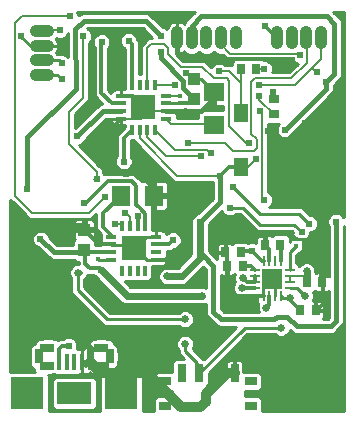
<source format=gbl>
G75*
%MOIN*%
%OFA0B0*%
%FSLAX24Y24*%
%IPPOS*%
%LPD*%
%AMOC8*
5,1,8,0,0,1.08239X$1,22.5*
%
%ADD10R,0.0354X0.0276*%
%ADD11R,0.0500X0.0600*%
%ADD12R,0.0276X0.0354*%
%ADD13R,0.0276X0.0591*%
%ADD14R,0.0394X0.0315*%
%ADD15R,0.0374X0.0118*%
%ADD16R,0.0118X0.0374*%
%ADD17R,0.0827X0.0827*%
%ADD18R,0.0709X0.0630*%
%ADD19R,0.0394X0.0433*%
%ADD20C,0.0397*%
%ADD21R,0.0130X0.0142*%
%ADD22R,0.0630X0.0709*%
%ADD23R,0.0669X0.0669*%
%ADD24R,0.0091X0.0193*%
%ADD25R,0.0031X0.0028*%
%ADD26R,0.0020X0.0016*%
%ADD27R,0.0335X0.0110*%
%ADD28R,0.0110X0.0335*%
%ADD29R,0.0118X0.0118*%
%ADD30R,0.1142X0.0748*%
%ADD31R,0.1083X0.1063*%
%ADD32R,0.0157X0.0531*%
%ADD33C,0.0886*%
%ADD34R,0.0250X0.0500*%
%ADD35R,0.0500X0.0250*%
%ADD36C,0.0240*%
%ADD37C,0.0100*%
%ADD38C,0.0060*%
%ADD39C,0.0160*%
%ADD40C,0.0120*%
%ADD41C,0.0250*%
%ADD42C,0.0240*%
%ADD43C,0.0320*%
%ADD44C,0.0050*%
%ADD45C,0.0080*%
D10*
X010004Y010837D03*
X010004Y011349D03*
D11*
X008908Y010889D03*
X008908Y009089D03*
D12*
X009715Y006498D03*
X010227Y006498D03*
X008967Y005788D03*
X008897Y006238D03*
X008455Y005788D03*
X008385Y006238D03*
X010885Y004308D03*
X011397Y004308D03*
X011617Y005248D03*
X011105Y005248D03*
X009421Y012350D03*
X008909Y012350D03*
D13*
X008704Y002216D03*
X007523Y002216D03*
X006932Y002216D03*
D14*
X006381Y001940D03*
X006381Y001113D03*
X009255Y001113D03*
X009255Y001940D03*
D15*
X006086Y005996D03*
X006086Y006252D03*
X006086Y006508D03*
X006086Y006764D03*
X004589Y006764D03*
X004589Y006508D03*
X004589Y006252D03*
X004589Y005996D03*
X004913Y010694D03*
X004913Y010950D03*
X004913Y011206D03*
X004913Y011462D03*
X006409Y011462D03*
X006409Y011206D03*
X006409Y010950D03*
X006409Y010694D03*
D16*
X006045Y010330D03*
X005789Y010330D03*
X005533Y010330D03*
X005277Y010330D03*
X005277Y011826D03*
X005533Y011826D03*
X005789Y011826D03*
X006045Y011826D03*
X005721Y007128D03*
X005465Y007128D03*
X005210Y007128D03*
X004954Y007128D03*
X004954Y005632D03*
X005210Y005632D03*
X005465Y005632D03*
X005721Y005632D03*
D17*
X005338Y006380D03*
X005661Y011078D03*
D18*
X008001Y011599D03*
X008001Y010497D03*
D19*
X007334Y011364D03*
X007334Y012033D03*
X003684Y006990D03*
X003684Y006321D03*
D20*
X002481Y012146D02*
X002084Y012146D01*
X002084Y012638D02*
X002481Y012638D01*
X002481Y013130D02*
X002084Y013130D01*
X002084Y013622D02*
X002481Y013622D01*
X006777Y013599D02*
X006777Y013203D01*
X007269Y013203D02*
X007269Y013599D01*
X007761Y013599D02*
X007761Y013203D01*
X008253Y013203D02*
X008253Y013599D01*
X008745Y013599D02*
X008745Y013203D01*
X010111Y013203D02*
X010111Y013599D01*
X010603Y013599D02*
X010603Y013203D01*
X011095Y013203D02*
X011095Y013599D01*
X011587Y013599D02*
X011587Y013203D01*
D21*
X006889Y011454D03*
X006889Y011234D03*
X004149Y006250D03*
X004149Y006029D03*
D22*
X004902Y008128D03*
X006004Y008128D03*
D23*
X009961Y005358D03*
D24*
X009672Y005029D03*
D25*
X009725Y005025D03*
D26*
X009715Y005008D03*
D27*
X009380Y005063D03*
X009380Y005260D03*
X009380Y005457D03*
X009380Y005653D03*
X010542Y005653D03*
X010542Y005457D03*
X010542Y005260D03*
X010542Y005063D03*
D28*
X010256Y004777D03*
X010060Y004777D03*
X009863Y004777D03*
X009666Y004777D03*
X009666Y005939D03*
X009863Y005939D03*
X010060Y005939D03*
X010256Y005939D03*
D29*
X010761Y006460D03*
X010761Y006696D03*
D30*
X003361Y001538D03*
D31*
X004926Y001538D03*
X001796Y001538D03*
D32*
X002849Y002591D03*
X003105Y002591D03*
X003361Y002591D03*
X003617Y002591D03*
X003873Y002591D03*
D33*
X001752Y001538D03*
X004970Y001542D03*
D34*
X004531Y002778D03*
X002191Y002778D03*
D35*
X002461Y003058D03*
X002431Y002468D03*
X004291Y002468D03*
X004251Y003058D03*
D36*
X003171Y003128D03*
X004254Y005659D03*
X004701Y007191D03*
X005037Y007538D03*
X005472Y007437D03*
X004371Y008097D03*
X004112Y008674D03*
X003680Y007900D03*
X002229Y006694D03*
X001488Y006447D03*
X001780Y008362D03*
X003457Y010102D03*
X005008Y009268D03*
X005071Y008858D03*
X007141Y009888D03*
X007575Y009449D03*
X007909Y009551D03*
X008222Y008780D03*
X008649Y008426D03*
X008541Y007728D03*
X007550Y007255D03*
X006644Y006654D03*
X006922Y005992D03*
X009281Y006288D03*
X009694Y007997D03*
X009405Y009355D03*
X009191Y009888D03*
X009819Y010280D03*
X010392Y010324D03*
X011034Y010567D03*
X009994Y011584D03*
X009521Y011458D03*
X009501Y011808D03*
X009687Y012353D03*
X010602Y012638D03*
X010889Y012805D03*
X011431Y012258D03*
X011751Y011928D03*
X009701Y013788D03*
X008545Y012656D03*
X008182Y012278D03*
X007082Y012214D03*
X006729Y011823D03*
X006237Y012935D03*
X006237Y013466D03*
X005166Y013296D03*
X004273Y013247D03*
X003655Y013441D03*
X002871Y013638D03*
X003205Y014126D03*
X002951Y012548D03*
X002941Y012008D03*
X001591Y013438D03*
X005477Y011240D03*
X008241Y013413D03*
X009544Y010945D03*
X011191Y007198D03*
X010931Y006928D03*
X012081Y007258D03*
X011811Y005488D03*
D37*
X011617Y005682D01*
X011617Y006092D01*
X011021Y006688D01*
X010769Y006688D01*
X010761Y006696D01*
X010489Y006968D01*
X009901Y006968D01*
X009715Y006782D01*
X008371Y006782D01*
X008371Y007038D01*
X008371Y006782D02*
X008371Y006252D01*
X008381Y006242D01*
X008366Y006234D02*
X007889Y006234D01*
X007843Y006280D02*
X007841Y006282D01*
X007841Y007192D01*
X008271Y007622D01*
X008295Y007564D01*
X008377Y007482D01*
X008483Y007438D01*
X008599Y007438D01*
X008705Y007482D01*
X008731Y007508D01*
X008880Y007508D01*
X009440Y006948D01*
X010600Y006948D01*
X010641Y006907D01*
X010641Y006893D01*
X010610Y006875D01*
X010582Y006847D01*
X010562Y006813D01*
X010552Y006775D01*
X010552Y006696D01*
X010552Y006617D01*
X010554Y006611D01*
X010535Y006592D01*
X010535Y006746D01*
X010435Y006845D01*
X010019Y006845D01*
X009957Y006783D01*
X009945Y006795D01*
X009911Y006815D01*
X009873Y006825D01*
X009734Y006825D01*
X009734Y006517D01*
X009696Y006517D01*
X009696Y006825D01*
X009558Y006825D01*
X009520Y006815D01*
X009485Y006795D01*
X009457Y006767D01*
X009438Y006733D01*
X009427Y006695D01*
X009427Y006541D01*
X009339Y006578D01*
X009223Y006578D01*
X009145Y006546D01*
X009105Y006585D01*
X008689Y006585D01*
X008627Y006523D01*
X008615Y006535D01*
X008581Y006555D01*
X008543Y006565D01*
X008404Y006565D01*
X008404Y006257D01*
X008366Y006257D01*
X008366Y006219D01*
X008097Y006219D01*
X008097Y006041D01*
X008103Y006020D01*
X007843Y006280D01*
X007841Y006332D02*
X008097Y006332D01*
X008097Y006257D02*
X008097Y006435D01*
X008108Y006473D01*
X008127Y006507D01*
X008155Y006535D01*
X008190Y006555D01*
X008228Y006565D01*
X008366Y006565D01*
X008366Y006257D01*
X008097Y006257D01*
X008097Y006135D02*
X007988Y006135D01*
X008086Y006037D02*
X008099Y006037D01*
X008097Y006431D02*
X007841Y006431D01*
X007841Y006529D02*
X008149Y006529D01*
X008366Y006529D02*
X008404Y006529D01*
X008404Y006431D02*
X008366Y006431D01*
X008366Y006332D02*
X008404Y006332D01*
X008621Y006529D02*
X008633Y006529D01*
X009268Y007120D02*
X007841Y007120D01*
X007841Y007022D02*
X009367Y007022D01*
X009531Y007168D02*
X008971Y007728D01*
X008541Y007728D01*
X008275Y007613D02*
X008262Y007613D01*
X008345Y007514D02*
X008163Y007514D01*
X008065Y007416D02*
X008973Y007416D01*
X009071Y007317D02*
X007966Y007317D01*
X007868Y007219D02*
X009170Y007219D01*
X009531Y007168D02*
X010691Y007168D01*
X010931Y006928D01*
X011139Y006726D02*
X011831Y006726D01*
X011831Y006628D02*
X010970Y006628D01*
X010970Y006638D02*
X010989Y006638D01*
X011095Y006682D01*
X011177Y006764D01*
X011221Y006870D01*
X011221Y006908D01*
X011249Y006908D01*
X011355Y006952D01*
X011437Y007034D01*
X011481Y007140D01*
X011481Y007256D01*
X011437Y007362D01*
X011355Y007444D01*
X011249Y007488D01*
X011202Y007488D01*
X010942Y007748D01*
X009851Y007748D01*
X009858Y007751D01*
X009940Y007833D01*
X009984Y007939D01*
X009984Y008055D01*
X009940Y008161D01*
X009858Y008243D01*
X009821Y008258D01*
X009821Y010530D01*
X010187Y010530D01*
X010146Y010488D01*
X010102Y010382D01*
X010102Y010266D01*
X010146Y010160D01*
X010228Y010078D01*
X010334Y010034D01*
X010450Y010034D01*
X010556Y010078D01*
X010638Y010160D01*
X010678Y010256D01*
X011963Y011542D01*
X012001Y011633D01*
X012001Y011774D01*
X012037Y011860D01*
X012235Y012059D01*
X012273Y012150D01*
X012273Y013917D01*
X012331Y013917D01*
X012273Y013917D02*
X012235Y014009D01*
X011994Y014250D01*
X011975Y014268D01*
X012331Y014268D01*
X012331Y007412D01*
X012327Y007422D01*
X012245Y007504D01*
X012139Y007548D01*
X012023Y007548D01*
X011917Y007504D01*
X011835Y007422D01*
X011791Y007316D01*
X011791Y007200D01*
X011831Y007104D01*
X011831Y005554D01*
X011813Y005565D01*
X011775Y005575D01*
X011636Y005575D01*
X011636Y005267D01*
X011598Y005267D01*
X011598Y005575D01*
X011459Y005575D01*
X011421Y005565D01*
X011398Y005552D01*
X011400Y005558D01*
X011396Y005591D01*
X011396Y005677D01*
X011351Y005785D01*
X011268Y005868D01*
X011160Y005913D01*
X011042Y005913D01*
X010934Y005868D01*
X010862Y005796D01*
X010780Y005879D01*
X010762Y005879D01*
X010762Y006150D01*
X010843Y006231D01*
X010891Y006231D01*
X010990Y006331D01*
X010990Y006590D01*
X010969Y006611D01*
X010970Y006617D01*
X010970Y006638D01*
X010990Y006529D02*
X011831Y006529D01*
X011831Y006431D02*
X010990Y006431D01*
X010990Y006332D02*
X011831Y006332D01*
X011831Y006234D02*
X010893Y006234D01*
X010762Y006135D02*
X011831Y006135D01*
X011831Y006037D02*
X010762Y006037D01*
X010762Y005938D02*
X011831Y005938D01*
X011831Y005840D02*
X011297Y005840D01*
X011369Y005741D02*
X011831Y005741D01*
X011831Y005643D02*
X011396Y005643D01*
X011617Y005682D02*
X011617Y005248D01*
X011617Y004528D01*
X011397Y004308D01*
X011416Y004289D02*
X011416Y004327D01*
X011685Y004327D01*
X011685Y004505D01*
X011675Y004543D01*
X011655Y004577D01*
X011627Y004605D01*
X011593Y004625D01*
X011555Y004635D01*
X011416Y004635D01*
X011416Y004327D01*
X011378Y004327D01*
X011378Y004635D01*
X011303Y004635D01*
X011346Y004739D01*
X011346Y004857D01*
X011324Y004911D01*
X011375Y004963D01*
X011387Y004951D01*
X011421Y004931D01*
X011459Y004921D01*
X011598Y004921D01*
X011598Y005229D01*
X011636Y005229D01*
X011636Y004921D01*
X011775Y004921D01*
X011813Y004931D01*
X011831Y004942D01*
X011831Y004052D01*
X011808Y004028D01*
X011644Y004028D01*
X011655Y004039D01*
X011675Y004073D01*
X011685Y004111D01*
X011685Y004289D01*
X011416Y004289D01*
X011416Y004362D02*
X011378Y004362D01*
X011378Y004461D02*
X011416Y004461D01*
X011416Y004559D02*
X011378Y004559D01*
X011312Y004658D02*
X011831Y004658D01*
X011831Y004756D02*
X011346Y004756D01*
X011346Y004855D02*
X011831Y004855D01*
X011636Y004953D02*
X011598Y004953D01*
X011598Y005052D02*
X011636Y005052D01*
X011636Y005150D02*
X011598Y005150D01*
X011598Y005347D02*
X011636Y005347D01*
X011636Y005446D02*
X011598Y005446D01*
X011598Y005544D02*
X011636Y005544D01*
X011105Y005248D02*
X011007Y005457D01*
X010905Y005840D02*
X010818Y005840D01*
X010542Y005653D02*
X010542Y006241D01*
X010761Y006460D01*
X010753Y006696D02*
X010552Y006696D01*
X010753Y006696D01*
X010753Y006696D01*
X010625Y006923D02*
X007841Y006923D01*
X007841Y006825D02*
X009555Y006825D01*
X009696Y006825D02*
X009734Y006825D01*
X009734Y006726D02*
X009696Y006726D01*
X009696Y006628D02*
X009734Y006628D01*
X009734Y006529D02*
X009696Y006529D01*
X009427Y006628D02*
X007841Y006628D01*
X007841Y006726D02*
X009436Y006726D01*
X009875Y006825D02*
X009998Y006825D01*
X010456Y006825D02*
X010569Y006825D01*
X010552Y006726D02*
X010535Y006726D01*
X010535Y006628D02*
X010552Y006628D01*
X011202Y006825D02*
X011831Y006825D01*
X011831Y006923D02*
X011285Y006923D01*
X011425Y007022D02*
X011831Y007022D01*
X011824Y007120D02*
X011473Y007120D01*
X011481Y007219D02*
X011791Y007219D01*
X011792Y007317D02*
X011456Y007317D01*
X011384Y007416D02*
X011832Y007416D01*
X011941Y007514D02*
X011176Y007514D01*
X011078Y007613D02*
X012331Y007613D01*
X012331Y007711D02*
X010979Y007711D01*
X010851Y007528D02*
X011181Y007198D01*
X011191Y007198D01*
X010851Y007528D02*
X009547Y007528D01*
X008649Y008426D01*
X007972Y008401D02*
X006469Y008401D01*
X006469Y008499D02*
X007972Y008499D01*
X007972Y008585D02*
X007972Y008030D01*
X007482Y007540D01*
X007386Y007500D01*
X007304Y007419D01*
X007260Y007312D01*
X007260Y007197D01*
X007261Y007194D01*
X007261Y006178D01*
X006811Y005728D01*
X006522Y005728D01*
X006510Y005733D01*
X006392Y005733D01*
X006284Y005688D01*
X006201Y005605D01*
X006156Y005497D01*
X006156Y005379D01*
X006201Y005271D01*
X006284Y005188D01*
X006392Y005143D01*
X006510Y005143D01*
X006522Y005148D01*
X006989Y005148D01*
X007095Y005192D01*
X007177Y005274D01*
X007659Y005756D01*
X007741Y005675D01*
X007741Y005064D01*
X007670Y005093D01*
X007552Y005093D01*
X007540Y005088D01*
X005226Y005088D01*
X005040Y005275D01*
X005851Y005275D01*
X005950Y005374D01*
X005950Y005778D01*
X006082Y005778D01*
X006091Y005787D01*
X006292Y005787D01*
X006330Y005797D01*
X006365Y005817D01*
X006393Y005845D01*
X006412Y005879D01*
X006423Y005917D01*
X006423Y005996D01*
X006423Y006075D01*
X006417Y006096D01*
X006443Y006122D01*
X006443Y006278D01*
X006593Y006278D01*
X006679Y006364D01*
X006701Y006364D01*
X006808Y006408D01*
X006890Y006489D01*
X006934Y006596D01*
X006934Y006711D01*
X006890Y006818D01*
X006808Y006899D01*
X006701Y006944D01*
X006586Y006944D01*
X006480Y006899D01*
X006423Y006842D01*
X006412Y006880D01*
X006393Y006915D01*
X006365Y006943D01*
X006330Y006962D01*
X006292Y006973D01*
X006086Y006973D01*
X006086Y006764D01*
X006086Y006764D01*
X006086Y006973D01*
X005950Y006973D01*
X005950Y007031D01*
X005951Y007032D01*
X005951Y007435D01*
X005953Y007437D01*
X005953Y007624D01*
X005954Y007624D01*
X005954Y008078D01*
X006054Y008078D01*
X006054Y007624D01*
X006339Y007624D01*
X006377Y007634D01*
X006411Y007654D01*
X006439Y007682D01*
X006459Y007716D01*
X006469Y007754D01*
X006469Y008078D01*
X006054Y008078D01*
X006054Y008178D01*
X005954Y008178D01*
X005954Y008633D01*
X005670Y008633D01*
X005631Y008622D01*
X005606Y008608D01*
X005495Y008718D01*
X005360Y008853D01*
X004369Y008853D01*
X004356Y008840D01*
X004312Y008884D01*
X004312Y009009D01*
X004195Y009126D01*
X003509Y009812D01*
X003515Y009812D01*
X003621Y009856D01*
X003703Y009938D01*
X003743Y010034D01*
X004409Y010700D01*
X004576Y010700D01*
X004576Y010694D01*
X004576Y010615D01*
X004586Y010577D01*
X004606Y010543D01*
X004634Y010515D01*
X004668Y010495D01*
X004706Y010485D01*
X004913Y010485D01*
X004913Y010694D01*
X004913Y010694D01*
X004913Y010485D01*
X005048Y010485D01*
X005048Y010426D01*
X004849Y010227D01*
X004781Y010160D01*
X004781Y010160D01*
X004781Y010159D01*
X004781Y010064D01*
X004779Y009449D01*
X004762Y009432D01*
X004718Y009326D01*
X004718Y009210D01*
X004762Y009104D01*
X004844Y009022D01*
X004950Y008978D01*
X005066Y008978D01*
X005172Y009022D01*
X005254Y009104D01*
X005298Y009210D01*
X005298Y009326D01*
X005254Y009432D01*
X005239Y009448D01*
X005241Y009968D01*
X005246Y009973D01*
X005338Y009973D01*
X005338Y009958D01*
X005452Y009843D01*
X005452Y009843D01*
X006596Y008699D01*
X006711Y008585D01*
X007972Y008585D01*
X007972Y008302D02*
X006469Y008302D01*
X006469Y008204D02*
X007972Y008204D01*
X007972Y008105D02*
X006054Y008105D01*
X006054Y008178D02*
X006469Y008178D01*
X006469Y008502D01*
X006459Y008540D01*
X006439Y008575D01*
X006411Y008603D01*
X006377Y008622D01*
X006339Y008633D01*
X006054Y008633D01*
X006054Y008178D01*
X006054Y008204D02*
X005954Y008204D01*
X005954Y008302D02*
X006054Y008302D01*
X006054Y008401D02*
X005954Y008401D01*
X005954Y008499D02*
X006054Y008499D01*
X006054Y008598D02*
X005954Y008598D01*
X006304Y008992D02*
X005098Y008992D01*
X005240Y009090D02*
X006206Y009090D01*
X006107Y009189D02*
X005289Y009189D01*
X005298Y009287D02*
X006009Y009287D01*
X005910Y009386D02*
X005273Y009386D01*
X005239Y009484D02*
X005812Y009484D01*
X005713Y009583D02*
X005239Y009583D01*
X005240Y009681D02*
X005615Y009681D01*
X005516Y009780D02*
X005240Y009780D01*
X005240Y009878D02*
X005418Y009878D01*
X004993Y010371D02*
X004079Y010371D01*
X004178Y010469D02*
X005048Y010469D01*
X004913Y010568D02*
X004913Y010568D01*
X004913Y010666D02*
X004913Y010666D01*
X004913Y010694D02*
X004576Y010694D01*
X004913Y010694D01*
X004913Y010694D01*
X004576Y010666D02*
X004375Y010666D01*
X004276Y010568D02*
X004592Y010568D01*
X004894Y010272D02*
X003981Y010272D01*
X003882Y010174D02*
X004795Y010174D01*
X004781Y010075D02*
X003784Y010075D01*
X003719Y009977D02*
X004781Y009977D01*
X004780Y009878D02*
X003643Y009878D01*
X003541Y009780D02*
X004780Y009780D01*
X004780Y009681D02*
X003640Y009681D01*
X003738Y009583D02*
X004779Y009583D01*
X004779Y009484D02*
X003837Y009484D01*
X003935Y009386D02*
X004743Y009386D01*
X004718Y009287D02*
X004034Y009287D01*
X004132Y009189D02*
X004727Y009189D01*
X004776Y009090D02*
X004231Y009090D01*
X004312Y008992D02*
X004918Y008992D01*
X005419Y008795D02*
X006501Y008795D01*
X006403Y008893D02*
X004312Y008893D01*
X005517Y008696D02*
X006600Y008696D01*
X006698Y008598D02*
X006416Y008598D01*
X006469Y008007D02*
X007949Y008007D01*
X007850Y007908D02*
X006469Y007908D01*
X006469Y007810D02*
X007752Y007810D01*
X007653Y007711D02*
X006456Y007711D01*
X006054Y007711D02*
X005954Y007711D01*
X005953Y007613D02*
X007555Y007613D01*
X007419Y007514D02*
X005953Y007514D01*
X005951Y007416D02*
X007303Y007416D01*
X007262Y007317D02*
X005951Y007317D01*
X005951Y007219D02*
X007260Y007219D01*
X007261Y007120D02*
X005951Y007120D01*
X005950Y007022D02*
X007261Y007022D01*
X007261Y006923D02*
X006751Y006923D01*
X006883Y006825D02*
X007261Y006825D01*
X007261Y006726D02*
X006928Y006726D01*
X006934Y006628D02*
X007261Y006628D01*
X007261Y006529D02*
X006906Y006529D01*
X006831Y006431D02*
X007261Y006431D01*
X007261Y006332D02*
X006648Y006332D01*
X006443Y006234D02*
X007261Y006234D01*
X007218Y006135D02*
X006443Y006135D01*
X006423Y006037D02*
X007119Y006037D01*
X007021Y005938D02*
X006423Y005938D01*
X006423Y005996D02*
X006211Y005996D01*
X006423Y005996D01*
X006388Y005840D02*
X006922Y005840D01*
X006824Y005741D02*
X005950Y005741D01*
X005950Y005643D02*
X006238Y005643D01*
X006176Y005544D02*
X005950Y005544D01*
X005950Y005446D02*
X006156Y005446D01*
X006170Y005347D02*
X005923Y005347D01*
X006223Y005249D02*
X005066Y005249D01*
X005164Y005150D02*
X006376Y005150D01*
X006994Y005150D02*
X007741Y005150D01*
X007741Y005249D02*
X007152Y005249D01*
X007177Y005274D02*
X007177Y005274D01*
X007250Y005347D02*
X007741Y005347D01*
X007741Y005446D02*
X007349Y005446D01*
X007447Y005544D02*
X007741Y005544D01*
X007741Y005643D02*
X007546Y005643D01*
X007644Y005741D02*
X007675Y005741D01*
X008241Y005482D02*
X008260Y005471D01*
X008298Y005461D01*
X008436Y005461D01*
X008436Y005769D01*
X008474Y005769D01*
X008474Y005461D01*
X008613Y005461D01*
X008651Y005471D01*
X008685Y005491D01*
X008697Y005503D01*
X008703Y005497D01*
X008686Y005457D01*
X008686Y005339D01*
X008722Y005252D01*
X008696Y005225D01*
X008651Y005117D01*
X008651Y004999D01*
X008696Y004891D01*
X008779Y004808D01*
X008887Y004763D01*
X009004Y004763D01*
X009113Y004808D01*
X009133Y004828D01*
X009461Y004828D01*
X009461Y004777D01*
X009461Y004590D01*
X009471Y004552D01*
X009491Y004518D01*
X009491Y004517D01*
X009466Y004457D01*
X009466Y004339D01*
X009500Y004258D01*
X008355Y004258D01*
X008241Y004372D01*
X008241Y005482D01*
X008241Y005446D02*
X008686Y005446D01*
X008686Y005347D02*
X008241Y005347D01*
X008241Y005249D02*
X008719Y005249D01*
X008664Y005150D02*
X008241Y005150D01*
X008241Y005052D02*
X008651Y005052D01*
X008670Y004953D02*
X008241Y004953D01*
X008241Y004855D02*
X008732Y004855D01*
X008241Y004756D02*
X009461Y004756D01*
X009461Y004777D02*
X009542Y004777D01*
X009542Y004777D01*
X009461Y004777D01*
X009461Y004658D02*
X008241Y004658D01*
X008241Y004559D02*
X009469Y004559D01*
X009468Y004461D02*
X008241Y004461D01*
X008251Y004362D02*
X009466Y004362D01*
X009498Y004264D02*
X008349Y004264D01*
X008036Y003870D02*
X007313Y003870D01*
X007301Y003841D02*
X007346Y003949D01*
X007346Y004067D01*
X007301Y004175D01*
X007218Y004258D01*
X007110Y004303D01*
X006992Y004303D01*
X006884Y004258D01*
X006854Y004228D01*
X004532Y004228D01*
X003691Y005069D01*
X003691Y005361D01*
X003731Y005401D01*
X003733Y005404D01*
X003801Y005473D01*
X003801Y005475D01*
X004019Y005475D01*
X004030Y005464D01*
X004038Y005450D01*
X004071Y005424D01*
X004860Y004634D01*
X004942Y004552D01*
X005049Y004508D01*
X007540Y004508D01*
X007552Y004503D01*
X007670Y004503D01*
X007741Y004533D01*
X007741Y004218D01*
X007779Y004127D01*
X007850Y004056D01*
X008110Y003796D01*
X008201Y003758D01*
X008754Y003758D01*
X007677Y002681D01*
X007649Y002681D01*
X007552Y002778D01*
X007304Y003027D01*
X007346Y003129D01*
X007346Y003247D01*
X007301Y003355D01*
X007218Y003438D01*
X007110Y003483D01*
X006992Y003483D01*
X006884Y003438D01*
X006801Y003355D01*
X006756Y003247D01*
X006756Y003129D01*
X006801Y003021D01*
X006831Y002991D01*
X006831Y002877D01*
X006960Y002748D01*
X007027Y002681D01*
X006724Y002681D01*
X006624Y002582D01*
X006624Y002268D01*
X006114Y002268D01*
X006014Y002168D01*
X006014Y001712D01*
X006114Y001613D01*
X006600Y001613D01*
X006600Y001441D01*
X006114Y001441D01*
X006014Y001341D01*
X006014Y000938D01*
X005637Y000938D01*
X005637Y002140D01*
X005538Y002240D01*
X004678Y002240D01*
X004711Y002273D01*
X004711Y002358D01*
X004727Y002358D01*
X004826Y002458D01*
X004826Y002577D01*
X004854Y002646D01*
X004854Y002891D01*
X004826Y002960D01*
X004826Y003099D01*
X004727Y003198D01*
X004680Y003198D01*
X004671Y003207D01*
X004671Y003254D01*
X004572Y003353D01*
X004439Y003353D01*
X004360Y003386D01*
X004114Y003386D01*
X004036Y003353D01*
X003931Y003353D01*
X003831Y003254D01*
X003831Y003236D01*
X003714Y003118D01*
X003668Y003007D01*
X003617Y003007D01*
X003530Y003007D01*
X003510Y003027D01*
X003443Y003027D01*
X003461Y003070D01*
X003461Y003186D01*
X003417Y003292D01*
X003335Y003374D01*
X003229Y003418D01*
X003113Y003418D01*
X003007Y003374D01*
X002991Y003358D01*
X002866Y003358D01*
X002821Y003313D01*
X002782Y003353D01*
X002687Y003353D01*
X002608Y003386D01*
X002362Y003386D01*
X002284Y003353D01*
X002141Y003353D01*
X002041Y003254D01*
X002041Y003198D01*
X001996Y003198D01*
X001896Y003099D01*
X001896Y002960D01*
X001868Y002891D01*
X001868Y002646D01*
X001896Y002577D01*
X001896Y002458D01*
X001996Y002358D01*
X002011Y002358D01*
X002011Y002273D01*
X002044Y002240D01*
X001211Y002240D01*
X001211Y008000D01*
X001302Y007909D01*
X001302Y007909D01*
X001737Y007474D01*
X001796Y007415D01*
X001854Y007357D01*
X001854Y007357D01*
X001854Y007357D01*
X001937Y007357D01*
X002020Y007357D01*
X002020Y007357D01*
X003833Y007359D01*
X003916Y007359D01*
X003916Y007359D01*
X003916Y007359D01*
X003975Y007418D01*
X004090Y007533D01*
X004090Y007005D01*
X004225Y006870D01*
X004232Y006863D01*
X004232Y006634D01*
X004258Y006608D01*
X004252Y006586D01*
X004252Y006508D01*
X004589Y006508D01*
X004589Y006508D01*
X004252Y006508D01*
X004252Y006491D01*
X004051Y006491D01*
X004051Y006608D01*
X003989Y006669D01*
X004001Y006681D01*
X004021Y006715D01*
X004031Y006754D01*
X004031Y006941D01*
X003732Y006941D01*
X003732Y007038D01*
X003636Y007038D01*
X003636Y006941D01*
X003337Y006941D01*
X003337Y006754D01*
X003347Y006715D01*
X003367Y006681D01*
X003379Y006669D01*
X003317Y006608D01*
X003317Y006500D01*
X002777Y006500D01*
X002515Y006762D01*
X002475Y006858D01*
X002393Y006940D01*
X002287Y006984D01*
X002171Y006984D01*
X002065Y006940D01*
X001983Y006858D01*
X001939Y006752D01*
X001939Y006636D01*
X001983Y006530D01*
X002065Y006448D01*
X002161Y006408D01*
X002532Y006038D01*
X002624Y006000D01*
X003351Y006000D01*
X003417Y005934D01*
X003497Y005934D01*
X003497Y005863D01*
X003422Y005863D01*
X003314Y005818D01*
X003231Y005735D01*
X003186Y005627D01*
X003186Y005509D01*
X003231Y005401D01*
X003251Y005381D01*
X003251Y004887D01*
X003380Y004758D01*
X004350Y003788D01*
X006854Y003788D01*
X006884Y003758D01*
X006992Y003713D01*
X007110Y003713D01*
X007218Y003758D01*
X007301Y003841D01*
X007231Y003771D02*
X008170Y003771D01*
X007938Y003968D02*
X007346Y003968D01*
X007346Y004067D02*
X007839Y004067D01*
X007763Y004165D02*
X007305Y004165D01*
X007205Y004264D02*
X007741Y004264D01*
X007741Y004362D02*
X004398Y004362D01*
X004300Y004461D02*
X007741Y004461D01*
X007051Y004008D02*
X004441Y004008D01*
X003471Y004978D01*
X003471Y005558D01*
X003481Y005568D01*
X003213Y005446D02*
X001211Y005446D01*
X001211Y005544D02*
X003186Y005544D01*
X003193Y005643D02*
X001211Y005643D01*
X001211Y005741D02*
X003237Y005741D01*
X003366Y005840D02*
X001211Y005840D01*
X001211Y005938D02*
X003413Y005938D01*
X003727Y006250D02*
X003684Y006321D01*
X003554Y006332D01*
X003317Y006529D02*
X002748Y006529D01*
X002649Y006628D02*
X003337Y006628D01*
X003344Y006726D02*
X002551Y006726D01*
X002489Y006825D02*
X003337Y006825D01*
X003337Y006923D02*
X002410Y006923D01*
X002048Y006923D02*
X001211Y006923D01*
X001211Y006825D02*
X001969Y006825D01*
X001939Y006726D02*
X001211Y006726D01*
X001211Y006628D02*
X001943Y006628D01*
X001984Y006529D02*
X001211Y006529D01*
X001211Y006431D02*
X002107Y006431D01*
X002238Y006332D02*
X001211Y006332D01*
X001211Y006234D02*
X002336Y006234D01*
X002435Y006135D02*
X001211Y006135D01*
X001211Y006037D02*
X002535Y006037D01*
X003251Y005347D02*
X001211Y005347D01*
X001211Y005249D02*
X003251Y005249D01*
X003251Y005150D02*
X001211Y005150D01*
X001211Y005052D02*
X003251Y005052D01*
X003251Y004953D02*
X001211Y004953D01*
X001211Y004855D02*
X003284Y004855D01*
X003382Y004756D02*
X001211Y004756D01*
X001211Y004658D02*
X003481Y004658D01*
X003579Y004559D02*
X001211Y004559D01*
X001211Y004461D02*
X003678Y004461D01*
X003776Y004362D02*
X001211Y004362D01*
X001211Y004264D02*
X003875Y004264D01*
X003973Y004165D02*
X001211Y004165D01*
X001211Y004067D02*
X004072Y004067D01*
X004170Y003968D02*
X001211Y003968D01*
X001211Y003870D02*
X004269Y003870D01*
X004497Y004264D02*
X006897Y004264D01*
X006871Y003771D02*
X001211Y003771D01*
X001211Y003673D02*
X008668Y003673D01*
X008570Y003574D02*
X001211Y003574D01*
X001211Y003476D02*
X006974Y003476D01*
X007128Y003476D02*
X008471Y003476D01*
X008373Y003377D02*
X007279Y003377D01*
X007333Y003279D02*
X008274Y003279D01*
X008176Y003180D02*
X007346Y003180D01*
X007326Y003082D02*
X008077Y003082D01*
X007979Y002983D02*
X007347Y002983D01*
X007446Y002885D02*
X007880Y002885D01*
X007782Y002786D02*
X007544Y002786D01*
X007552Y002778D02*
X007552Y002778D01*
X007643Y002688D02*
X007683Y002688D01*
X007461Y002558D02*
X007461Y002216D01*
X007523Y002216D01*
X009035Y003728D01*
X010251Y003728D01*
X010054Y003508D02*
X010084Y003478D01*
X010192Y003433D01*
X010310Y003433D01*
X010418Y003478D01*
X010501Y003561D01*
X010543Y003662D01*
X010640Y003566D01*
X010731Y003528D01*
X011961Y003528D01*
X012053Y003566D01*
X012123Y003637D01*
X012293Y003807D01*
X012331Y003898D01*
X012331Y007104D01*
X012331Y000938D01*
X009622Y000938D01*
X009622Y001341D01*
X009522Y001441D01*
X009036Y001441D01*
X009036Y001613D01*
X009522Y001613D01*
X009622Y001712D01*
X009622Y002168D01*
X009522Y002268D01*
X008992Y002268D01*
X008992Y002531D01*
X008981Y002569D01*
X008962Y002603D01*
X008934Y002631D01*
X008900Y002651D01*
X008861Y002661D01*
X008723Y002661D01*
X008723Y002235D01*
X008685Y002235D01*
X008685Y002661D01*
X008546Y002661D01*
X008508Y002651D01*
X008474Y002631D01*
X008446Y002603D01*
X008426Y002569D01*
X008416Y002531D01*
X008416Y002235D01*
X008685Y002235D01*
X008685Y002197D01*
X008416Y002197D01*
X008416Y002154D01*
X008284Y002154D01*
X008053Y002059D01*
X007877Y001882D01*
X007818Y001740D01*
X007789Y001809D01*
X007831Y001850D01*
X007831Y002213D01*
X009126Y003508D01*
X010054Y003508D01*
X010090Y003476D02*
X009094Y003476D01*
X008995Y003377D02*
X012331Y003377D01*
X012331Y003279D02*
X008897Y003279D01*
X008798Y003180D02*
X012331Y003180D01*
X012331Y003082D02*
X008700Y003082D01*
X008601Y002983D02*
X012331Y002983D01*
X012331Y002885D02*
X008503Y002885D01*
X008404Y002786D02*
X012331Y002786D01*
X012331Y002688D02*
X008306Y002688D01*
X008207Y002589D02*
X008438Y002589D01*
X008416Y002491D02*
X008109Y002491D01*
X008010Y002392D02*
X008416Y002392D01*
X008416Y002294D02*
X007912Y002294D01*
X007831Y002195D02*
X008416Y002195D01*
X008685Y002294D02*
X008723Y002294D01*
X008723Y002392D02*
X008685Y002392D01*
X008685Y002491D02*
X008723Y002491D01*
X008723Y002589D02*
X008685Y002589D01*
X008970Y002589D02*
X012331Y002589D01*
X012331Y002491D02*
X008992Y002491D01*
X008992Y002392D02*
X012331Y002392D01*
X012331Y002294D02*
X008992Y002294D01*
X009595Y002195D02*
X012331Y002195D01*
X012331Y002097D02*
X009622Y002097D01*
X009622Y001998D02*
X012331Y001998D01*
X012331Y001900D02*
X009622Y001900D01*
X009622Y001801D02*
X012331Y001801D01*
X012331Y001703D02*
X009612Y001703D01*
X009556Y001407D02*
X012331Y001407D01*
X012331Y001309D02*
X009622Y001309D01*
X009622Y001210D02*
X012331Y001210D01*
X012331Y001112D02*
X009622Y001112D01*
X009622Y001013D02*
X012331Y001013D01*
X012331Y001506D02*
X009036Y001506D01*
X009036Y001604D02*
X012331Y001604D01*
X012331Y003476D02*
X010412Y003476D01*
X010507Y003574D02*
X010632Y003574D01*
X010885Y004308D02*
X010531Y004662D01*
X010531Y004728D01*
X010306Y004728D01*
X010256Y004777D01*
X010060Y004777D02*
X010060Y005117D01*
X010101Y005158D01*
X009771Y005158D01*
X009661Y005048D01*
X009661Y004782D01*
X009666Y004777D01*
X010542Y005063D02*
X010786Y005063D01*
X011051Y004798D01*
X011366Y004953D02*
X011385Y004953D01*
X011665Y004559D02*
X011831Y004559D01*
X011831Y004461D02*
X011685Y004461D01*
X011685Y004362D02*
X011831Y004362D01*
X011831Y004264D02*
X011685Y004264D01*
X011685Y004165D02*
X011831Y004165D01*
X011831Y004067D02*
X011671Y004067D01*
X012159Y003673D02*
X012331Y003673D01*
X012331Y003771D02*
X012258Y003771D01*
X012319Y003870D02*
X012331Y003870D01*
X012331Y003968D02*
X012331Y003968D01*
X012331Y004067D02*
X012331Y004067D01*
X012331Y004165D02*
X012331Y004165D01*
X012331Y004264D02*
X012331Y004264D01*
X012331Y004362D02*
X012331Y004362D01*
X012331Y004461D02*
X012331Y004461D01*
X012331Y004559D02*
X012331Y004559D01*
X012331Y004658D02*
X012331Y004658D01*
X012331Y004756D02*
X012331Y004756D01*
X012331Y004855D02*
X012331Y004855D01*
X012331Y004953D02*
X012331Y004953D01*
X012331Y005052D02*
X012331Y005052D01*
X012331Y005150D02*
X012331Y005150D01*
X012331Y005249D02*
X012331Y005249D01*
X012331Y005347D02*
X012331Y005347D01*
X012331Y005446D02*
X012331Y005446D01*
X012331Y005544D02*
X012331Y005544D01*
X012331Y005643D02*
X012331Y005643D01*
X012331Y005741D02*
X012331Y005741D01*
X012331Y005840D02*
X012331Y005840D01*
X012331Y005938D02*
X012331Y005938D01*
X012331Y006037D02*
X012331Y006037D01*
X012331Y006135D02*
X012331Y006135D01*
X012331Y006234D02*
X012331Y006234D01*
X012331Y006332D02*
X012331Y006332D01*
X012331Y006431D02*
X012331Y006431D01*
X012331Y006529D02*
X012331Y006529D01*
X012331Y006628D02*
X012331Y006628D01*
X012331Y006726D02*
X012331Y006726D01*
X012331Y006825D02*
X012331Y006825D01*
X012331Y006923D02*
X012331Y006923D01*
X012331Y007022D02*
X012331Y007022D01*
X012331Y007104D02*
X012331Y007104D01*
X012330Y007416D02*
X012331Y007416D01*
X012331Y007514D02*
X012221Y007514D01*
X012331Y007810D02*
X009917Y007810D01*
X009971Y007908D02*
X012331Y007908D01*
X012331Y008007D02*
X009984Y008007D01*
X009963Y008105D02*
X012331Y008105D01*
X012331Y008204D02*
X009898Y008204D01*
X009821Y008302D02*
X012331Y008302D01*
X012331Y008401D02*
X009821Y008401D01*
X009821Y008499D02*
X012331Y008499D01*
X012331Y008598D02*
X009821Y008598D01*
X009821Y008696D02*
X012331Y008696D01*
X012331Y008795D02*
X009821Y008795D01*
X009821Y008893D02*
X012331Y008893D01*
X012331Y008992D02*
X009821Y008992D01*
X009821Y009090D02*
X012331Y009090D01*
X012331Y009189D02*
X009821Y009189D01*
X009821Y009287D02*
X012331Y009287D01*
X012331Y009386D02*
X009821Y009386D01*
X009821Y009484D02*
X012331Y009484D01*
X012331Y009583D02*
X009821Y009583D01*
X009819Y009590D02*
X009819Y010280D01*
X009821Y010272D02*
X010102Y010272D01*
X010102Y010371D02*
X009821Y010371D01*
X009821Y010469D02*
X010138Y010469D01*
X010141Y010174D02*
X009821Y010174D01*
X009821Y010075D02*
X010235Y010075D01*
X010549Y010075D02*
X012331Y010075D01*
X012331Y009977D02*
X009821Y009977D01*
X009821Y009878D02*
X012331Y009878D01*
X012331Y009780D02*
X009821Y009780D01*
X009821Y009681D02*
X012331Y009681D01*
X012331Y010174D02*
X010644Y010174D01*
X010694Y010272D02*
X012331Y010272D01*
X012331Y010371D02*
X010792Y010371D01*
X010891Y010469D02*
X012331Y010469D01*
X012331Y010568D02*
X010989Y010568D01*
X011088Y010666D02*
X012331Y010666D01*
X012331Y010765D02*
X011186Y010765D01*
X011285Y010863D02*
X012331Y010863D01*
X012331Y010962D02*
X011383Y010962D01*
X011482Y011060D02*
X012331Y011060D01*
X012331Y011159D02*
X011580Y011159D01*
X011679Y011257D02*
X012331Y011257D01*
X012331Y011356D02*
X011777Y011356D01*
X011876Y011454D02*
X012331Y011454D01*
X012331Y011553D02*
X011968Y011553D01*
X012001Y011651D02*
X012331Y011651D01*
X012331Y011750D02*
X012001Y011750D01*
X012032Y011848D02*
X012331Y011848D01*
X012331Y011947D02*
X012123Y011947D01*
X012222Y012045D02*
X012331Y012045D01*
X012331Y012144D02*
X012270Y012144D01*
X012273Y012242D02*
X012331Y012242D01*
X012331Y012341D02*
X012273Y012341D01*
X012273Y012439D02*
X012331Y012439D01*
X012331Y012538D02*
X012273Y012538D01*
X012273Y012636D02*
X012331Y012636D01*
X012331Y012735D02*
X012273Y012735D01*
X012273Y012833D02*
X012331Y012833D01*
X012331Y012932D02*
X012273Y012932D01*
X012273Y013030D02*
X012331Y013030D01*
X012331Y013129D02*
X012273Y013129D01*
X012273Y013227D02*
X012331Y013227D01*
X012331Y013326D02*
X012273Y013326D01*
X012273Y013424D02*
X012331Y013424D01*
X012331Y013523D02*
X012273Y013523D01*
X012273Y013621D02*
X012331Y013621D01*
X012331Y013720D02*
X012273Y013720D01*
X012273Y013818D02*
X012331Y013818D01*
X012331Y014015D02*
X012228Y014015D01*
X012130Y014114D02*
X012331Y014114D01*
X012331Y014212D02*
X012031Y014212D01*
X010802Y012527D02*
X010724Y012559D01*
X010643Y012641D01*
X010633Y012664D01*
X009662Y012664D01*
X009683Y012643D01*
X009745Y012643D01*
X009851Y012599D01*
X009933Y012517D01*
X009977Y012411D01*
X009977Y012295D01*
X009953Y012238D01*
X010513Y012238D01*
X010802Y012527D01*
X010776Y012538D02*
X009913Y012538D01*
X009965Y012439D02*
X010714Y012439D01*
X010616Y012341D02*
X009977Y012341D01*
X009955Y012242D02*
X010517Y012242D01*
X010647Y012636D02*
X009762Y012636D01*
X010081Y013418D02*
X009711Y013788D01*
X008667Y012664D02*
X008475Y012664D01*
X008358Y012781D01*
X008305Y012834D01*
X008180Y012834D01*
X008045Y012890D01*
X008007Y012928D01*
X007970Y012890D01*
X007834Y012834D01*
X007688Y012834D01*
X007552Y012890D01*
X007515Y012928D01*
X007478Y012890D01*
X007342Y012834D01*
X007196Y012834D01*
X007060Y012890D01*
X007009Y012942D01*
X006999Y012932D01*
X006942Y012894D01*
X006879Y012868D01*
X006811Y012854D01*
X006777Y012854D01*
X006777Y013401D01*
X006777Y013401D01*
X006777Y013948D01*
X006811Y013948D01*
X006879Y013934D01*
X006942Y013908D01*
X006999Y013870D01*
X007009Y013860D01*
X007036Y013888D01*
X007057Y013938D01*
X007388Y014268D01*
X003460Y014268D01*
X003495Y014184D01*
X003495Y014139D01*
X003523Y014167D01*
X003524Y014167D01*
X003524Y014168D01*
X003570Y014186D01*
X003615Y014205D01*
X003616Y014205D01*
X003616Y014205D01*
X003665Y014205D01*
X005702Y014206D01*
X005702Y014206D01*
X005752Y014206D01*
X005801Y014206D01*
X005801Y014206D01*
X005802Y014206D01*
X005847Y014187D01*
X005893Y014168D01*
X005893Y014168D01*
X005894Y014168D01*
X005928Y014133D01*
X005963Y014098D01*
X005963Y014097D01*
X006306Y013751D01*
X006401Y013712D01*
X006437Y013676D01*
X006442Y013701D01*
X006468Y013764D01*
X006506Y013822D01*
X006555Y013870D01*
X006612Y013908D01*
X006675Y013934D01*
X006743Y013948D01*
X006777Y013948D01*
X006777Y013401D01*
X006777Y013401D01*
X006777Y012854D01*
X006749Y012854D01*
X006988Y012615D01*
X007628Y012615D01*
X007711Y012615D01*
X007711Y012615D01*
X007769Y012557D01*
X007921Y012405D01*
X007936Y012442D01*
X008018Y012524D01*
X008124Y012568D01*
X008240Y012568D01*
X008346Y012524D01*
X008392Y012478D01*
X008514Y012478D01*
X008596Y012478D01*
X008596Y012478D01*
X008596Y012478D01*
X008601Y012473D01*
X008601Y012598D01*
X008667Y012664D01*
X008639Y012636D02*
X006967Y012636D01*
X006868Y012735D02*
X008404Y012735D01*
X008306Y012833D02*
X006770Y012833D01*
X006777Y012932D02*
X006777Y012932D01*
X006777Y013030D02*
X006777Y013030D01*
X006777Y013129D02*
X006777Y013129D01*
X006777Y013227D02*
X006777Y013227D01*
X006777Y013326D02*
X006777Y013326D01*
X006777Y013424D02*
X006777Y013424D01*
X006777Y013523D02*
X006777Y013523D01*
X006777Y013621D02*
X006777Y013621D01*
X006777Y013720D02*
X006777Y013720D01*
X006777Y013818D02*
X006777Y013818D01*
X006777Y013917D02*
X006777Y013917D01*
X006921Y013917D02*
X007048Y013917D01*
X007135Y014015D02*
X006045Y014015D01*
X006142Y013917D02*
X006632Y013917D01*
X006504Y013818D02*
X006240Y013818D01*
X006383Y013720D02*
X006450Y013720D01*
X005951Y013400D02*
X005963Y013369D01*
X005830Y013369D01*
X005706Y013245D01*
X005589Y013128D01*
X005589Y012183D01*
X005507Y012183D01*
X005507Y013280D01*
X005456Y013331D01*
X005456Y013354D01*
X005412Y013460D01*
X005330Y013542D01*
X005224Y013586D01*
X005108Y013586D01*
X005002Y013542D01*
X004920Y013460D01*
X004876Y013354D01*
X004876Y013238D01*
X004920Y013132D01*
X005002Y013050D01*
X005047Y013031D01*
X005047Y011731D01*
X005048Y011730D01*
X005048Y011671D01*
X004913Y011671D01*
X004706Y011671D01*
X004668Y011661D01*
X004634Y011641D01*
X004606Y011613D01*
X004586Y011579D01*
X004582Y011563D01*
X004493Y011652D01*
X004493Y013057D01*
X004519Y013083D01*
X004563Y013189D01*
X004563Y013305D01*
X004519Y013411D01*
X004437Y013493D01*
X004331Y013537D01*
X004215Y013537D01*
X004109Y013493D01*
X004027Y013411D01*
X003983Y013305D01*
X003983Y013189D01*
X004027Y013083D01*
X004033Y013077D01*
X004033Y011557D01*
X004033Y011462D01*
X004033Y011462D01*
X004033Y011462D01*
X004100Y011395D01*
X004294Y011200D01*
X004255Y011200D01*
X004164Y011162D01*
X003389Y010388D01*
X003374Y010382D01*
X003374Y010839D01*
X003794Y011260D01*
X003853Y011318D01*
X003853Y011318D01*
X003853Y011318D01*
X003853Y011401D01*
X003855Y013231D01*
X003901Y013277D01*
X003945Y013383D01*
X003945Y013499D01*
X003901Y013605D01*
X003819Y013687D01*
X003775Y013705D01*
X005647Y013706D01*
X005951Y013400D01*
X005927Y013424D02*
X005427Y013424D01*
X005462Y013326D02*
X005787Y013326D01*
X005688Y013227D02*
X005507Y013227D01*
X005507Y013129D02*
X005590Y013129D01*
X005589Y013030D02*
X005507Y013030D01*
X005507Y012932D02*
X005589Y012932D01*
X005589Y012833D02*
X005507Y012833D01*
X005507Y012735D02*
X005589Y012735D01*
X005589Y012636D02*
X005507Y012636D01*
X005507Y012538D02*
X005589Y012538D01*
X005589Y012439D02*
X005507Y012439D01*
X005507Y012341D02*
X005589Y012341D01*
X005589Y012242D02*
X005507Y012242D01*
X005047Y012242D02*
X004493Y012242D01*
X004493Y012144D02*
X005047Y012144D01*
X005047Y012045D02*
X004493Y012045D01*
X004493Y011947D02*
X005047Y011947D01*
X005047Y011848D02*
X004493Y011848D01*
X004493Y011750D02*
X005047Y011750D01*
X004913Y011671D02*
X004913Y011462D01*
X004913Y011671D01*
X004913Y011651D02*
X004913Y011651D01*
X004913Y011553D02*
X004913Y011553D01*
X004913Y011462D02*
X004913Y011462D01*
X004651Y011651D02*
X004494Y011651D01*
X004033Y011651D02*
X003853Y011651D01*
X003853Y011553D02*
X004033Y011553D01*
X004041Y011454D02*
X003853Y011454D01*
X003853Y011356D02*
X004139Y011356D01*
X004237Y011257D02*
X003792Y011257D01*
X003693Y011159D02*
X004160Y011159D01*
X004062Y011060D02*
X003595Y011060D01*
X003496Y010962D02*
X003963Y010962D01*
X003865Y010863D02*
X003398Y010863D01*
X003374Y010765D02*
X003766Y010765D01*
X003668Y010666D02*
X003374Y010666D01*
X003374Y010568D02*
X003569Y010568D01*
X003471Y010469D02*
X003374Y010469D01*
X003853Y011750D02*
X004033Y011750D01*
X004033Y011848D02*
X003854Y011848D01*
X003854Y011947D02*
X004033Y011947D01*
X004033Y012045D02*
X003854Y012045D01*
X003854Y012144D02*
X004033Y012144D01*
X004033Y012242D02*
X003854Y012242D01*
X003854Y012341D02*
X004033Y012341D01*
X004033Y012439D02*
X003854Y012439D01*
X003854Y012538D02*
X004033Y012538D01*
X004033Y012636D02*
X003854Y012636D01*
X003854Y012735D02*
X004033Y012735D01*
X004033Y012833D02*
X003855Y012833D01*
X003855Y012932D02*
X004033Y012932D01*
X004033Y013030D02*
X003855Y013030D01*
X003855Y013129D02*
X004008Y013129D01*
X003983Y013227D02*
X003855Y013227D01*
X003921Y013326D02*
X003992Y013326D01*
X003945Y013424D02*
X004040Y013424D01*
X003935Y013523D02*
X004180Y013523D01*
X004366Y013523D02*
X004983Y013523D01*
X004905Y013424D02*
X004506Y013424D01*
X004555Y013326D02*
X004876Y013326D01*
X004881Y013227D02*
X004563Y013227D01*
X004538Y013129D02*
X004924Y013129D01*
X005047Y013030D02*
X004493Y013030D01*
X004493Y012932D02*
X005047Y012932D01*
X005047Y012833D02*
X004493Y012833D01*
X004493Y012735D02*
X005047Y012735D01*
X005047Y012636D02*
X004493Y012636D01*
X004493Y012538D02*
X005047Y012538D01*
X005047Y012439D02*
X004493Y012439D01*
X004493Y012341D02*
X005047Y012341D01*
X005350Y013523D02*
X005829Y013523D01*
X005731Y013621D02*
X003885Y013621D01*
X003483Y014212D02*
X007332Y014212D01*
X007233Y014114D02*
X005947Y014114D01*
X006999Y012932D02*
X007019Y012932D01*
X007711Y012615D02*
X007711Y012615D01*
X007789Y012538D02*
X008052Y012538D01*
X007935Y012439D02*
X007887Y012439D01*
X008312Y012538D02*
X008601Y012538D01*
X008001Y011599D02*
X007578Y012033D01*
X007334Y012033D01*
X007286Y012045D02*
X007228Y012045D01*
X007226Y012049D02*
X007213Y012081D01*
X007286Y012081D01*
X007286Y011984D01*
X007245Y011984D01*
X007246Y012002D01*
X007245Y012003D01*
X007245Y012004D01*
X007226Y012049D01*
X007334Y011364D02*
X007334Y011234D01*
X007162Y011234D01*
X007040Y011004D02*
X007067Y010977D01*
X007571Y010977D01*
X007477Y010882D01*
X007477Y010727D01*
X006766Y010727D01*
X006766Y010824D01*
X006740Y010850D01*
X006746Y010871D01*
X006746Y010950D01*
X006409Y010950D01*
X006409Y010950D01*
X006746Y010950D01*
X006746Y010986D01*
X006952Y010986D01*
X006959Y010993D01*
X007024Y010993D01*
X007035Y011004D01*
X007040Y011004D01*
X006861Y011206D02*
X006791Y011206D01*
X006409Y011206D01*
X006746Y010962D02*
X007556Y010962D01*
X007607Y010982D02*
X007701Y011077D01*
X007701Y011134D01*
X007951Y011134D01*
X007951Y011549D01*
X008051Y011549D01*
X008051Y011134D01*
X008321Y011134D01*
X008321Y010982D01*
X007607Y010982D01*
X007685Y011060D02*
X008321Y011060D01*
X008051Y011159D02*
X007951Y011159D01*
X007951Y011257D02*
X008051Y011257D01*
X008051Y011356D02*
X007951Y011356D01*
X007951Y011454D02*
X008051Y011454D01*
X007477Y010863D02*
X006744Y010863D01*
X006766Y010765D02*
X007477Y010765D01*
X009819Y009590D02*
X010131Y009278D01*
X008474Y005741D02*
X008436Y005741D01*
X008436Y005643D02*
X008474Y005643D01*
X008474Y005544D02*
X008436Y005544D01*
X006537Y006923D02*
X006384Y006923D01*
X006086Y006923D02*
X006086Y006923D01*
X006086Y006825D02*
X006086Y006825D01*
X006086Y006764D02*
X005737Y006764D01*
X005444Y006470D01*
X005086Y006470D01*
X005058Y006498D01*
X004599Y006498D01*
X004589Y006508D01*
X004252Y006529D02*
X004051Y006529D01*
X004031Y006628D02*
X004239Y006628D01*
X004232Y006726D02*
X004023Y006726D01*
X004031Y006825D02*
X004232Y006825D01*
X004172Y006923D02*
X004031Y006923D01*
X004090Y007022D02*
X003732Y007022D01*
X003732Y007038D02*
X004031Y007038D01*
X004031Y007226D01*
X004021Y007264D01*
X004001Y007299D01*
X003973Y007326D01*
X003939Y007346D01*
X003901Y007356D01*
X003732Y007356D01*
X003732Y007038D01*
X003684Y006990D02*
X003542Y006990D01*
X003636Y007022D02*
X001211Y007022D01*
X001211Y007120D02*
X003337Y007120D01*
X003337Y007038D02*
X003337Y007226D01*
X003347Y007264D01*
X003367Y007299D01*
X003395Y007326D01*
X003429Y007346D01*
X003467Y007356D01*
X003636Y007356D01*
X003636Y007038D01*
X003337Y007038D01*
X003337Y007219D02*
X001211Y007219D01*
X001211Y007317D02*
X003386Y007317D01*
X003636Y007317D02*
X003732Y007317D01*
X003732Y007219D02*
X003636Y007219D01*
X003636Y007120D02*
X003732Y007120D01*
X004031Y007120D02*
X004090Y007120D01*
X004090Y007219D02*
X004031Y007219D01*
X003982Y007317D02*
X004090Y007317D01*
X004090Y007416D02*
X003972Y007416D01*
X004071Y007514D02*
X004090Y007514D01*
X005451Y006328D02*
X005781Y005998D01*
X005991Y005998D01*
X006211Y005996D02*
X006211Y005996D01*
X006086Y006508D02*
X006088Y006510D01*
X006054Y007810D02*
X005954Y007810D01*
X005954Y007908D02*
X006054Y007908D01*
X006054Y008007D02*
X005954Y008007D01*
X004589Y005996D02*
X004186Y005996D01*
X004149Y006029D01*
X004043Y005446D02*
X003774Y005446D01*
X003691Y005347D02*
X004147Y005347D01*
X004246Y005249D02*
X003691Y005249D01*
X003691Y005150D02*
X004344Y005150D01*
X004443Y005052D02*
X003709Y005052D01*
X003807Y004953D02*
X004541Y004953D01*
X004640Y004855D02*
X003906Y004855D01*
X004004Y004756D02*
X004738Y004756D01*
X004837Y004658D02*
X004103Y004658D01*
X004201Y004559D02*
X004935Y004559D01*
X004381Y003377D02*
X006823Y003377D01*
X006769Y003279D02*
X004646Y003279D01*
X004745Y003180D02*
X006756Y003180D01*
X006776Y003082D02*
X004826Y003082D01*
X004826Y002983D02*
X006831Y002983D01*
X006831Y002885D02*
X004854Y002885D01*
X004854Y002786D02*
X006922Y002786D01*
X007021Y002688D02*
X004854Y002688D01*
X004831Y002589D02*
X006632Y002589D01*
X006624Y002491D02*
X004826Y002491D01*
X004761Y002392D02*
X006624Y002392D01*
X006624Y002294D02*
X004711Y002294D01*
X004226Y002151D02*
X004215Y002140D01*
X004215Y000938D01*
X002508Y000938D01*
X002508Y002140D01*
X002496Y002151D01*
X002608Y002151D01*
X002661Y002173D01*
X002683Y002173D01*
X002700Y002156D01*
X002956Y002156D01*
X003510Y002156D01*
X003530Y002176D01*
X003617Y002176D01*
X003716Y002176D01*
X003745Y002183D01*
X003774Y002176D01*
X003873Y002176D01*
X003968Y002176D01*
X003971Y002173D01*
X004061Y002173D01*
X004114Y002151D01*
X004226Y002151D01*
X004215Y002097D02*
X002508Y002097D01*
X002508Y001998D02*
X002636Y001998D01*
X002620Y001983D02*
X002720Y002082D01*
X004002Y002082D01*
X004102Y001983D01*
X004102Y001094D01*
X004002Y000994D01*
X002720Y000994D01*
X002620Y001094D01*
X002620Y001983D01*
X002620Y001900D02*
X002508Y001900D01*
X002508Y001801D02*
X002620Y001801D01*
X002620Y001703D02*
X002508Y001703D01*
X002508Y001604D02*
X002620Y001604D01*
X002620Y001506D02*
X002508Y001506D01*
X002508Y001407D02*
X002620Y001407D01*
X002620Y001309D02*
X002508Y001309D01*
X002508Y001210D02*
X002620Y001210D01*
X002620Y001112D02*
X002508Y001112D01*
X002508Y001013D02*
X002701Y001013D01*
X004021Y001013D02*
X004215Y001013D01*
X004215Y001112D02*
X004102Y001112D01*
X004102Y001210D02*
X004215Y001210D01*
X004215Y001309D02*
X004102Y001309D01*
X004102Y001407D02*
X004215Y001407D01*
X004215Y001506D02*
X004102Y001506D01*
X004102Y001604D02*
X004215Y001604D01*
X004215Y001703D02*
X004102Y001703D01*
X004102Y001801D02*
X004215Y001801D01*
X004215Y001900D02*
X004102Y001900D01*
X004086Y001998D02*
X004215Y001998D01*
X003873Y002176D02*
X003873Y002260D01*
X003873Y002260D01*
X003873Y002176D01*
X003873Y002195D02*
X003873Y002195D01*
X003750Y002458D02*
X003617Y002591D01*
X003617Y002591D01*
X003617Y002176D01*
X003617Y002591D01*
X003617Y003007D01*
X003617Y002591D01*
X003617Y002591D01*
X003617Y002589D02*
X003617Y002589D01*
X003617Y002491D02*
X003617Y002491D01*
X003617Y002392D02*
X003617Y002392D01*
X003617Y002294D02*
X003617Y002294D01*
X003617Y002195D02*
X003617Y002195D01*
X003617Y002688D02*
X003617Y002688D01*
X003617Y002786D02*
X003617Y002786D01*
X003617Y002885D02*
X003617Y002885D01*
X003617Y002983D02*
X003617Y002983D01*
X003699Y003082D02*
X003461Y003082D01*
X003461Y003180D02*
X003776Y003180D01*
X003856Y003279D02*
X003423Y003279D01*
X003328Y003377D02*
X004093Y003377D01*
X003014Y003377D02*
X002629Y003377D01*
X002341Y003377D02*
X001211Y003377D01*
X001211Y003279D02*
X002066Y003279D01*
X001978Y003180D02*
X001211Y003180D01*
X001211Y003082D02*
X001896Y003082D01*
X001896Y002983D02*
X001211Y002983D01*
X001211Y002885D02*
X001868Y002885D01*
X001868Y002786D02*
X001211Y002786D01*
X001211Y002688D02*
X001868Y002688D01*
X001891Y002589D02*
X001211Y002589D01*
X001211Y002491D02*
X001896Y002491D01*
X001962Y002392D02*
X001211Y002392D01*
X001211Y002294D02*
X002011Y002294D01*
X005582Y002195D02*
X006041Y002195D01*
X006014Y002097D02*
X005637Y002097D01*
X005637Y001998D02*
X006014Y001998D01*
X006014Y001900D02*
X005637Y001900D01*
X005637Y001801D02*
X006014Y001801D01*
X006024Y001703D02*
X005637Y001703D01*
X005637Y001604D02*
X006600Y001604D01*
X006600Y001506D02*
X005637Y001506D01*
X005637Y001407D02*
X006080Y001407D01*
X006014Y001309D02*
X005637Y001309D01*
X005637Y001210D02*
X006014Y001210D01*
X006014Y001112D02*
X005637Y001112D01*
X005637Y001013D02*
X006014Y001013D01*
X007461Y002558D02*
X007051Y002968D01*
X007051Y003188D01*
X007831Y002097D02*
X008145Y002097D01*
X007993Y001998D02*
X007831Y001998D01*
X007831Y001900D02*
X007894Y001900D01*
X007843Y001801D02*
X007793Y001801D01*
X012061Y003574D02*
X012331Y003574D01*
X002941Y012008D02*
X002791Y012158D01*
X002291Y012158D01*
X002271Y012648D02*
X002841Y012648D01*
X002961Y012528D01*
X003148Y012761D02*
X003115Y012794D01*
X003009Y012838D01*
X002962Y012838D01*
X002932Y012868D01*
X002772Y012868D01*
X002742Y012898D01*
X002752Y012908D01*
X002790Y012965D01*
X002816Y013029D01*
X002829Y013096D01*
X002829Y013130D01*
X002521Y013130D01*
X002521Y013130D01*
X002829Y013130D01*
X002829Y013165D01*
X002816Y013232D01*
X002790Y013295D01*
X002752Y013352D01*
X002742Y013362D01*
X002753Y013373D01*
X002813Y013348D01*
X002929Y013348D01*
X003035Y013392D01*
X003117Y013474D01*
X003146Y013545D01*
X003148Y012761D01*
X003148Y012833D02*
X003021Y012833D01*
X003148Y012932D02*
X002767Y012932D01*
X002816Y013030D02*
X003147Y013030D01*
X003147Y013129D02*
X002829Y013129D01*
X002817Y013227D02*
X003147Y013227D01*
X003147Y013326D02*
X002770Y013326D01*
X003067Y013424D02*
X003147Y013424D01*
X003137Y013523D02*
X003146Y013523D01*
X002301Y013138D02*
X001881Y013138D01*
X001591Y013428D01*
X001303Y007908D02*
X001211Y007908D01*
X001211Y007810D02*
X001402Y007810D01*
X001500Y007711D02*
X001211Y007711D01*
X001211Y007613D02*
X001599Y007613D01*
X001697Y007514D02*
X001211Y007514D01*
X001211Y007416D02*
X001796Y007416D01*
X001737Y007474D02*
X001737Y007474D01*
X001488Y006447D02*
X001496Y006439D01*
D38*
X001937Y007557D02*
X003833Y007559D01*
X004371Y008097D01*
X004112Y008674D02*
X004009Y008673D01*
X004112Y008674D02*
X004112Y008926D01*
X003174Y009864D01*
X003174Y010922D01*
X003653Y011401D01*
X003655Y013441D01*
X002881Y013638D02*
X002871Y013638D01*
X002301Y013638D01*
X001628Y014125D02*
X001385Y013882D01*
X001385Y008109D01*
X001937Y007557D01*
X004701Y007191D02*
X004890Y007191D01*
X004954Y007128D01*
X005210Y007128D02*
X005215Y007133D01*
X005215Y007408D01*
X005085Y007538D01*
X005037Y007538D01*
X006420Y009449D02*
X007575Y009449D01*
X007141Y009888D02*
X008371Y009888D01*
X008651Y009608D01*
X009331Y009608D01*
X009451Y009728D01*
X009451Y010008D01*
X009261Y010198D01*
X009261Y011908D01*
X009391Y012038D01*
X010596Y012038D01*
X011101Y012543D01*
X011101Y013395D01*
X011095Y013401D01*
X011587Y013401D02*
X011591Y012688D01*
X010711Y011808D01*
X009501Y011808D01*
X009521Y011458D02*
X009521Y011320D01*
X010004Y010837D01*
X009621Y010858D02*
X009621Y008070D01*
X009694Y007997D01*
X009624Y008067D01*
X009139Y009089D02*
X008908Y009089D01*
X008907Y009098D01*
X009139Y009089D02*
X009405Y009355D01*
X009191Y009888D02*
X009081Y009888D01*
X008521Y010448D01*
X008521Y011963D01*
X008439Y012046D01*
X007998Y012046D01*
X007628Y012415D01*
X006905Y012415D01*
X006468Y012852D01*
X006468Y013049D01*
X006348Y013169D01*
X005913Y013169D01*
X005789Y013045D01*
X005789Y011826D01*
X005789Y011826D01*
X005786Y011829D01*
X006045Y011826D02*
X006731Y011826D01*
X006729Y011823D01*
X006889Y011454D02*
X006417Y011454D01*
X006409Y011462D01*
X006409Y010950D02*
X005829Y010950D01*
X005573Y010694D01*
X004913Y010694D01*
X005277Y010330D02*
X005271Y010324D01*
X005487Y010694D02*
X005786Y010993D01*
X005561Y011218D01*
X005321Y011458D01*
X004917Y011458D02*
X004913Y011462D01*
X005786Y010993D02*
X005829Y010950D01*
X005789Y010330D02*
X005791Y010328D01*
X005791Y010078D01*
X006420Y009449D01*
X006576Y010527D02*
X008011Y010527D01*
X008001Y010497D01*
X008908Y010889D02*
X008908Y011885D01*
X008908Y012349D01*
X008909Y012350D01*
X008910Y012328D01*
X008514Y012278D02*
X008908Y011885D01*
X008514Y012278D02*
X008182Y012278D01*
X008558Y012864D02*
X010830Y012864D01*
X010889Y012805D01*
X011291Y012388D02*
X011321Y012358D01*
X011431Y012248D01*
X009994Y011584D02*
X009991Y011362D01*
X010004Y011349D01*
X009544Y010945D02*
X009544Y010931D01*
X009621Y010858D01*
X009687Y012353D02*
X009477Y012354D01*
X009421Y012350D01*
X008558Y012864D02*
X008241Y013181D01*
X008241Y013413D01*
X007082Y012214D02*
X007267Y012029D01*
X007334Y012033D01*
X006409Y010694D02*
X006576Y010527D01*
X003199Y014120D02*
X003205Y014126D01*
X003204Y014125D01*
X001628Y014125D01*
D39*
X003396Y013688D02*
X003665Y013955D01*
X005751Y013956D01*
X006240Y013463D01*
X006237Y013466D01*
X006237Y012935D02*
X006239Y012710D01*
X006995Y011954D01*
X006993Y011705D01*
X007334Y011364D01*
X007583Y010950D02*
X008051Y011418D01*
X008001Y011599D01*
X007583Y010950D02*
X006409Y010950D01*
X005561Y011175D02*
X005561Y011218D01*
X005561Y011175D02*
X005477Y011240D01*
X004913Y010950D02*
X004305Y010950D01*
X003457Y010102D01*
X003400Y011699D02*
X001780Y010079D01*
X001780Y008362D01*
X002229Y006694D02*
X002674Y006250D01*
X003727Y006250D01*
X003755Y006250D01*
X007551Y006138D02*
X007631Y006138D01*
X007991Y005778D01*
X007991Y004268D01*
X008251Y004008D01*
X010011Y004008D01*
X010101Y004098D01*
X010461Y004098D01*
X010781Y003778D01*
X011911Y003778D01*
X012081Y003948D01*
X012081Y007258D01*
X010488Y010021D02*
X010078Y010021D01*
X009819Y010280D01*
X010392Y010324D02*
X011751Y011683D01*
X011751Y011928D01*
X012023Y012200D01*
X012023Y013867D01*
X011782Y014108D01*
X007581Y014108D01*
X007269Y013796D01*
X007269Y013401D01*
X006781Y013405D02*
X006777Y013401D01*
X006771Y013395D01*
X006771Y012908D01*
X007022Y012657D01*
X008545Y012656D01*
X011034Y010567D02*
X010488Y010021D01*
X008222Y008780D02*
X008222Y007927D01*
X007550Y007255D01*
X003400Y011699D02*
X003396Y013688D01*
D40*
X004263Y013260D02*
X004273Y013247D01*
X004263Y013260D02*
X004263Y011557D01*
X004613Y011206D01*
X004913Y011206D01*
X004913Y011462D02*
X005317Y011462D01*
X005321Y011458D01*
X005277Y011826D02*
X005277Y013185D01*
X005166Y013296D01*
X006889Y011234D02*
X007162Y011234D01*
X008545Y012656D02*
X008555Y012682D01*
X010558Y012682D01*
X010602Y012638D01*
X008758Y009208D02*
X008908Y009089D01*
X008528Y009087D01*
X008222Y008780D01*
X009715Y006782D02*
X009715Y006498D01*
X009863Y006351D01*
X009863Y005939D01*
X009666Y005939D02*
X009630Y005939D01*
X009281Y006288D01*
X009037Y006288D01*
X008897Y006238D01*
X008455Y006168D02*
X008455Y005788D01*
X008461Y005782D01*
X008461Y005088D01*
X008772Y004777D01*
X009666Y004777D01*
X009863Y004777D02*
X009863Y004500D01*
X009761Y004398D01*
X009376Y005058D02*
X009380Y005063D01*
X009376Y005058D02*
X008946Y005058D01*
X009120Y005260D02*
X008981Y005398D01*
X009120Y005260D02*
X009380Y005260D01*
X009380Y005457D01*
X009380Y005653D02*
X009246Y005788D01*
X008967Y005788D01*
X009380Y005654D02*
X009380Y005653D01*
X008455Y006168D02*
X008385Y006238D01*
X008381Y006242D01*
X006922Y005992D02*
X006917Y005996D01*
X006086Y005996D01*
X006086Y006508D02*
X006498Y006508D01*
X006644Y006654D01*
X005721Y007128D02*
X005721Y007530D01*
X005723Y007532D01*
X005573Y007682D01*
X005518Y007736D01*
X005428Y007827D01*
X005427Y007828D01*
X005427Y008461D01*
X005265Y008623D01*
X004464Y008623D01*
X003741Y007900D01*
X003680Y007900D01*
X004320Y007546D02*
X004902Y008128D01*
X004831Y008858D02*
X004646Y009043D01*
X004646Y010427D01*
X004913Y010694D01*
X005277Y010330D02*
X005011Y010064D01*
X005008Y009268D01*
X005071Y008858D02*
X004831Y008858D01*
X005071Y008858D02*
X005518Y008858D01*
X005984Y008392D01*
X005984Y008148D01*
X005986Y008140D01*
X005990Y008134D01*
X005996Y008130D01*
X006004Y008128D01*
X005465Y007459D02*
X005472Y007437D01*
X005465Y007459D02*
X005465Y007128D01*
X004954Y007128D02*
X004956Y007066D01*
X004589Y006831D02*
X004589Y006764D01*
X004589Y006831D02*
X004320Y007100D01*
X004320Y007546D01*
X003684Y006990D02*
X004166Y006508D01*
X004589Y006508D01*
X004588Y006250D02*
X004149Y006250D01*
X003755Y006250D01*
X003684Y006321D01*
X003727Y006250D02*
X003727Y005866D01*
X003888Y005705D01*
X004208Y005705D01*
X004254Y005659D01*
X003571Y005568D02*
X003481Y005568D01*
X003171Y003128D02*
X002961Y003128D01*
X002861Y003028D01*
X002861Y002603D01*
X002849Y002591D01*
X003617Y002591D02*
X003873Y002591D01*
X007461Y002277D02*
X007523Y002216D01*
X010531Y004728D02*
X010541Y004718D01*
X010551Y004718D02*
X010531Y004728D01*
X011617Y005248D02*
X011617Y005254D01*
X011617Y005248D02*
X011611Y005352D01*
X010256Y005939D02*
X010256Y006469D01*
X010227Y006498D01*
X003461Y010106D02*
X003457Y010102D01*
D41*
X003481Y005568D03*
X002331Y003538D03*
X006451Y005438D03*
X007611Y004798D03*
X007051Y004008D03*
X007051Y003188D03*
X007761Y003088D03*
X008946Y005058D03*
X008981Y005398D03*
X009761Y004398D03*
X010251Y003728D03*
X010531Y004728D03*
X011051Y004798D03*
X011101Y005618D03*
X008371Y007038D03*
X010131Y009278D03*
D42*
X011034Y008688D02*
X011617Y008105D01*
X011617Y006092D01*
X011617Y005248D01*
X011105Y005248D02*
X011105Y005582D01*
X011101Y005618D01*
X011034Y008688D02*
X011034Y010567D01*
X007551Y007253D02*
X007550Y007255D01*
X007551Y007253D02*
X007551Y006138D01*
X007551Y006058D01*
X006931Y005438D01*
X006451Y005438D01*
X007611Y004798D02*
X005106Y004798D01*
X004265Y005640D01*
X004254Y005659D01*
X003371Y003538D02*
X002331Y003538D01*
X003371Y003538D02*
X007311Y003538D01*
X007761Y003088D01*
X003873Y003036D02*
X003873Y002591D01*
X003873Y003036D02*
X003371Y003538D01*
D43*
X003873Y002591D02*
X004246Y002218D01*
X005781Y002218D01*
X006921Y001078D01*
X007551Y001078D01*
X007741Y001268D01*
X007741Y001518D01*
X008431Y002208D01*
X008696Y002208D01*
X008704Y002216D01*
X003684Y006990D02*
X003606Y007068D01*
X002110Y007068D01*
X001488Y006447D01*
X001488Y004381D01*
X002331Y003538D01*
D44*
X006791Y008780D02*
X008222Y008780D01*
X007909Y009551D02*
X007796Y009663D01*
X006712Y009663D01*
X006045Y010330D01*
X005533Y010330D02*
X005533Y010038D01*
X006791Y008780D01*
X006791Y011206D02*
X006889Y011234D01*
X005786Y011829D02*
X005768Y011847D01*
D45*
X010542Y005457D02*
X011007Y005457D01*
X010542Y005457D02*
X010542Y005260D01*
M02*

</source>
